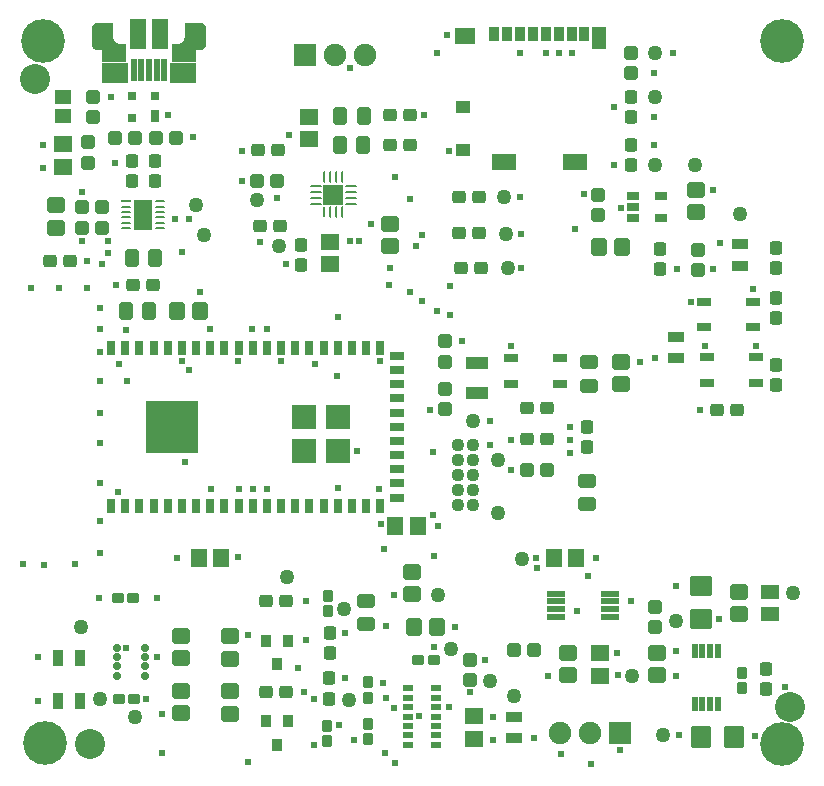
<source format=gts>
G04*
G04 #@! TF.GenerationSoftware,Altium Limited,Altium Designer,23.1.1 (15)*
G04*
G04 Layer_Color=8388736*
%FSLAX44Y44*%
%MOMM*%
G71*
G04*
G04 #@! TF.SameCoordinates,A7A263A4-54A1-4128-965A-35385578E642*
G04*
G04*
G04 #@! TF.FilePolarity,Negative*
G04*
G01*
G75*
%ADD21C,1.2700*%
%ADD31R,0.8397X0.2225*%
G04:AMPARAMS|DCode=32|XSize=0.8397mm|YSize=0.2225mm|CornerRadius=0.1112mm|HoleSize=0mm|Usage=FLASHONLY|Rotation=0.000|XOffset=0mm|YOffset=0mm|HoleType=Round|Shape=RoundedRectangle|*
%AMROUNDEDRECTD32*
21,1,0.8397,0.0000,0,0,0.0*
21,1,0.6172,0.2225,0,0,0.0*
1,1,0.2225,0.3086,0.0000*
1,1,0.2225,-0.3086,0.0000*
1,1,0.2225,-0.3086,0.0000*
1,1,0.2225,0.3086,0.0000*
%
%ADD32ROUNDEDRECTD32*%
%ADD44R,0.2393X0.9660*%
G04:AMPARAMS|DCode=45|XSize=0.966mm|YSize=0.2393mm|CornerRadius=0.1196mm|HoleSize=0mm|Usage=FLASHONLY|Rotation=90.000|XOffset=0mm|YOffset=0mm|HoleType=Round|Shape=RoundedRectangle|*
%AMROUNDEDRECTD45*
21,1,0.9660,0.0000,0,0,90.0*
21,1,0.7267,0.2393,0,0,90.0*
1,1,0.2393,0.0000,0.3634*
1,1,0.2393,0.0000,-0.3634*
1,1,0.2393,0.0000,-0.3634*
1,1,0.2393,0.0000,0.3634*
%
%ADD45ROUNDEDRECTD45*%
G04:AMPARAMS|DCode=46|XSize=0.2393mm|YSize=0.966mm|CornerRadius=0.1196mm|HoleSize=0mm|Usage=FLASHONLY|Rotation=90.000|XOffset=0mm|YOffset=0mm|HoleType=Round|Shape=RoundedRectangle|*
%AMROUNDEDRECTD46*
21,1,0.2393,0.7267,0,0,90.0*
21,1,0.0000,0.9660,0,0,90.0*
1,1,0.2393,0.3634,0.0000*
1,1,0.2393,0.3634,0.0000*
1,1,0.2393,-0.3634,0.0000*
1,1,0.2393,-0.3634,0.0000*
%
%ADD46ROUNDEDRECTD46*%
%ADD47R,1.4000X0.9500*%
%ADD48R,1.4562X1.2549*%
%ADD57R,0.9500X1.4000*%
%ADD59R,1.9000X1.1000*%
G04:AMPARAMS|DCode=66|XSize=1.6016mm|YSize=1.4016mm|CornerRadius=0.3758mm|HoleSize=0mm|Usage=FLASHONLY|Rotation=180.000|XOffset=0mm|YOffset=0mm|HoleType=Round|Shape=RoundedRectangle|*
%AMROUNDEDRECTD66*
21,1,1.6016,0.6500,0,0,180.0*
21,1,0.8500,1.4016,0,0,180.0*
1,1,0.7516,-0.4250,0.3250*
1,1,0.7516,0.4250,0.3250*
1,1,0.7516,0.4250,-0.3250*
1,1,0.7516,-0.4250,-0.3250*
%
%ADD66ROUNDEDRECTD66*%
G04:AMPARAMS|DCode=67|XSize=1.0922mm|YSize=1.1938mm|CornerRadius=0.2985mm|HoleSize=0mm|Usage=FLASHONLY|Rotation=180.000|XOffset=0mm|YOffset=0mm|HoleType=Round|Shape=RoundedRectangle|*
%AMROUNDEDRECTD67*
21,1,1.0922,0.5969,0,0,180.0*
21,1,0.4953,1.1938,0,0,180.0*
1,1,0.5969,-0.2477,0.2985*
1,1,0.5969,0.2477,0.2985*
1,1,0.5969,0.2477,-0.2985*
1,1,0.5969,-0.2477,-0.2985*
%
%ADD67ROUNDEDRECTD67*%
G04:AMPARAMS|DCode=68|XSize=1.6016mm|YSize=1.4016mm|CornerRadius=0.2133mm|HoleSize=0mm|Usage=FLASHONLY|Rotation=270.000|XOffset=0mm|YOffset=0mm|HoleType=Round|Shape=RoundedRectangle|*
%AMROUNDEDRECTD68*
21,1,1.6016,0.9750,0,0,270.0*
21,1,1.1750,1.4016,0,0,270.0*
1,1,0.4266,-0.4875,-0.5875*
1,1,0.4266,-0.4875,0.5875*
1,1,0.4266,0.4875,0.5875*
1,1,0.4266,0.4875,-0.5875*
%
%ADD68ROUNDEDRECTD68*%
G04:AMPARAMS|DCode=69|XSize=1.1016mm|YSize=1.2016mm|CornerRadius=0.1758mm|HoleSize=0mm|Usage=FLASHONLY|Rotation=90.000|XOffset=0mm|YOffset=0mm|HoleType=Round|Shape=RoundedRectangle|*
%AMROUNDEDRECTD69*
21,1,1.1016,0.8500,0,0,90.0*
21,1,0.7500,1.2016,0,0,90.0*
1,1,0.3516,0.4250,0.3750*
1,1,0.3516,0.4250,-0.3750*
1,1,0.3516,-0.4250,-0.3750*
1,1,0.3516,-0.4250,0.3750*
%
%ADD69ROUNDEDRECTD69*%
G04:AMPARAMS|DCode=70|XSize=1.6016mm|YSize=1.4016mm|CornerRadius=0.2133mm|HoleSize=0mm|Usage=FLASHONLY|Rotation=0.000|XOffset=0mm|YOffset=0mm|HoleType=Round|Shape=RoundedRectangle|*
%AMROUNDEDRECTD70*
21,1,1.6016,0.9750,0,0,0.0*
21,1,1.1750,1.4016,0,0,0.0*
1,1,0.4266,0.5875,-0.4875*
1,1,0.4266,-0.5875,-0.4875*
1,1,0.4266,-0.5875,0.4875*
1,1,0.4266,0.5875,0.4875*
%
%ADD70ROUNDEDRECTD70*%
%ADD71R,1.4986X0.5334*%
G04:AMPARAMS|DCode=72|XSize=1.1016mm|YSize=1.2016mm|CornerRadius=0.1758mm|HoleSize=0mm|Usage=FLASHONLY|Rotation=180.000|XOffset=0mm|YOffset=0mm|HoleType=Round|Shape=RoundedRectangle|*
%AMROUNDEDRECTD72*
21,1,1.1016,0.8500,0,0,180.0*
21,1,0.7500,1.2016,0,0,180.0*
1,1,0.3516,-0.3750,0.4250*
1,1,0.3516,0.3750,0.4250*
1,1,0.3516,0.3750,-0.4250*
1,1,0.3516,-0.3750,-0.4250*
%
%ADD72ROUNDEDRECTD72*%
G04:AMPARAMS|DCode=73|XSize=0.8016mm|YSize=1.0016mm|CornerRadius=0.1383mm|HoleSize=0mm|Usage=FLASHONLY|Rotation=0.000|XOffset=0mm|YOffset=0mm|HoleType=Round|Shape=RoundedRectangle|*
%AMROUNDEDRECTD73*
21,1,0.8016,0.7250,0,0,0.0*
21,1,0.5250,1.0016,0,0,0.0*
1,1,0.2766,0.2625,-0.3625*
1,1,0.2766,-0.2625,-0.3625*
1,1,0.2766,-0.2625,0.3625*
1,1,0.2766,0.2625,0.3625*
%
%ADD73ROUNDEDRECTD73*%
%ADD74R,1.1516X0.7516*%
%ADD75R,1.6500X2.5500*%
G04:AMPARAMS|DCode=76|XSize=1.6016mm|YSize=1.4016mm|CornerRadius=0.3758mm|HoleSize=0mm|Usage=FLASHONLY|Rotation=270.000|XOffset=0mm|YOffset=0mm|HoleType=Round|Shape=RoundedRectangle|*
%AMROUNDEDRECTD76*
21,1,1.6016,0.6500,0,0,270.0*
21,1,0.8500,1.4016,0,0,270.0*
1,1,0.7516,-0.3250,-0.4250*
1,1,0.7516,-0.3250,0.4250*
1,1,0.7516,0.3250,0.4250*
1,1,0.7516,0.3250,-0.4250*
%
%ADD76ROUNDEDRECTD76*%
G04:AMPARAMS|DCode=77|XSize=1.0922mm|YSize=1.1938mm|CornerRadius=0.2985mm|HoleSize=0mm|Usage=FLASHONLY|Rotation=270.000|XOffset=0mm|YOffset=0mm|HoleType=Round|Shape=RoundedRectangle|*
%AMROUNDEDRECTD77*
21,1,1.0922,0.5969,0,0,270.0*
21,1,0.4953,1.1938,0,0,270.0*
1,1,0.5969,-0.2985,-0.2477*
1,1,0.5969,-0.2985,0.2477*
1,1,0.5969,0.2985,0.2477*
1,1,0.5969,0.2985,-0.2477*
%
%ADD77ROUNDEDRECTD77*%
%ADD78R,2.2400X2.2400*%
%ADD79R,2.1016X2.1016*%
%ADD80R,1.3016X0.8016*%
%ADD81R,0.8016X1.3016*%
%ADD82R,0.5016X1.8516*%
%ADD83R,1.4766X2.6016*%
G04:AMPARAMS|DCode=84|XSize=1.9016mm|YSize=1.7016mm|CornerRadius=0.2508mm|HoleSize=0mm|Usage=FLASHONLY|Rotation=0.000|XOffset=0mm|YOffset=0mm|HoleType=Round|Shape=RoundedRectangle|*
%AMROUNDEDRECTD84*
21,1,1.9016,1.2000,0,0,0.0*
21,1,1.4000,1.7016,0,0,0.0*
1,1,0.5016,0.7000,-0.6000*
1,1,0.5016,-0.7000,-0.6000*
1,1,0.5016,-0.7000,0.6000*
1,1,0.5016,0.7000,0.6000*
%
%ADD84ROUNDEDRECTD84*%
%ADD85C,2.5400*%
G04:AMPARAMS|DCode=86|XSize=1.1116mm|YSize=1.5716mm|CornerRadius=0.1771mm|HoleSize=0mm|Usage=FLASHONLY|Rotation=90.000|XOffset=0mm|YOffset=0mm|HoleType=Round|Shape=RoundedRectangle|*
%AMROUNDEDRECTD86*
21,1,1.1116,1.2175,0,0,90.0*
21,1,0.7575,1.5716,0,0,90.0*
1,1,0.3541,0.6088,0.3787*
1,1,0.3541,0.6088,-0.3787*
1,1,0.3541,-0.6088,-0.3787*
1,1,0.3541,-0.6088,0.3787*
%
%ADD86ROUNDEDRECTD86*%
G04:AMPARAMS|DCode=87|XSize=1.9016mm|YSize=1.7016mm|CornerRadius=0.2508mm|HoleSize=0mm|Usage=FLASHONLY|Rotation=270.000|XOffset=0mm|YOffset=0mm|HoleType=Round|Shape=RoundedRectangle|*
%AMROUNDEDRECTD87*
21,1,1.9016,1.2000,0,0,270.0*
21,1,1.4000,1.7016,0,0,270.0*
1,1,0.5016,-0.6000,-0.7000*
1,1,0.5016,-0.6000,0.7000*
1,1,0.5016,0.6000,0.7000*
1,1,0.5016,0.6000,-0.7000*
%
%ADD87ROUNDEDRECTD87*%
G04:AMPARAMS|DCode=88|XSize=1.1116mm|YSize=1.5716mm|CornerRadius=0.1771mm|HoleSize=0mm|Usage=FLASHONLY|Rotation=180.000|XOffset=0mm|YOffset=0mm|HoleType=Round|Shape=RoundedRectangle|*
%AMROUNDEDRECTD88*
21,1,1.1116,1.2175,0,0,180.0*
21,1,0.7575,1.5716,0,0,180.0*
1,1,0.3541,-0.3787,0.6088*
1,1,0.3541,0.3787,0.6088*
1,1,0.3541,0.3787,-0.6088*
1,1,0.3541,-0.3787,-0.6088*
%
%ADD88ROUNDEDRECTD88*%
%ADD89R,1.6800X1.6800*%
%ADD90R,0.8016X0.7016*%
%ADD91R,0.8016X1.1016*%
%ADD92R,0.9516X0.5016*%
%ADD93R,1.0016X0.7516*%
G04:AMPARAMS|DCode=94|XSize=0.6016mm|YSize=0.6016mm|CornerRadius=0.1133mm|HoleSize=0mm|Usage=FLASHONLY|Rotation=0.000|XOffset=0mm|YOffset=0mm|HoleType=Round|Shape=RoundedRectangle|*
%AMROUNDEDRECTD94*
21,1,0.6016,0.3750,0,0,0.0*
21,1,0.3750,0.6016,0,0,0.0*
1,1,0.2266,0.1875,-0.1875*
1,1,0.2266,-0.1875,-0.1875*
1,1,0.2266,-0.1875,0.1875*
1,1,0.2266,0.1875,0.1875*
%
%ADD94ROUNDEDRECTD94*%
%ADD95R,0.5016X1.2016*%
G04:AMPARAMS|DCode=96|XSize=0.8016mm|YSize=1.0016mm|CornerRadius=0.1383mm|HoleSize=0mm|Usage=FLASHONLY|Rotation=270.000|XOffset=0mm|YOffset=0mm|HoleType=Round|Shape=RoundedRectangle|*
%AMROUNDEDRECTD96*
21,1,0.8016,0.7250,0,0,270.0*
21,1,0.5250,1.0016,0,0,270.0*
1,1,0.2766,-0.3625,-0.2625*
1,1,0.2766,-0.3625,0.2625*
1,1,0.2766,0.3625,0.2625*
1,1,0.2766,0.3625,-0.2625*
%
%ADD96ROUNDEDRECTD96*%
%ADD97R,0.9016X1.0016*%
%ADD98R,1.5716X1.3016*%
%ADD99R,2.0016X1.4516*%
%ADD100R,1.3016X1.1016*%
%ADD101R,1.6516X1.4516*%
%ADD102R,0.9516X1.2016*%
%ADD103R,0.8516X1.2016*%
%ADD104R,1.2716X1.9016*%
%ADD105C,1.9016*%
%ADD106R,1.9016X1.9016*%
%ADD107C,1.1074*%
%ADD108O,1.1016X1.9016*%
%ADD109O,1.1016X1.5616*%
%ADD110C,3.7016*%
%ADD111C,0.6096*%
G36*
X74023Y600340D02*
X96023D01*
Y583740D01*
X74023D01*
Y600340D01*
D02*
G37*
G36*
Y611340D02*
X70523D01*
X70263Y611350D01*
X70003Y611370D01*
X69743Y611400D01*
X69483Y611450D01*
X69233Y611510D01*
X68973Y611580D01*
X68733Y611670D01*
X68493Y611770D01*
X68253Y611880D01*
X68023Y612010D01*
X67803Y612150D01*
X67583Y612290D01*
X67373Y612450D01*
X67173Y612620D01*
X66983Y612800D01*
X66803Y612990D01*
X66633Y613190D01*
X66473Y613400D01*
X66333Y613620D01*
X66193Y613840D01*
X66063Y614070D01*
X65953Y614310D01*
X65853Y614550D01*
X65763Y614790D01*
X65693Y615050D01*
X65633Y615300D01*
X65583Y615560D01*
X65553Y615820D01*
X65533Y616080D01*
X65523Y616340D01*
Y629340D01*
X65533Y629600D01*
X65553Y629860D01*
X65583Y630120D01*
X65633Y630380D01*
X65693Y630630D01*
X65763Y630890D01*
X65853Y631130D01*
X65953Y631370D01*
X66063Y631610D01*
X66193Y631840D01*
X66333Y632060D01*
X66473Y632280D01*
X66633Y632490D01*
X66803Y632690D01*
X66983Y632880D01*
X67173Y633060D01*
X67373Y633230D01*
X67583Y633390D01*
X67803Y633530D01*
X68023Y633670D01*
X68253Y633800D01*
X68493Y633910D01*
X68733Y634010D01*
X68973Y634100D01*
X69233Y634170D01*
X69483Y634230D01*
X69743Y634280D01*
X70003Y634310D01*
X70263Y634330D01*
X70523Y634340D01*
X83773D01*
Y622840D01*
X83783Y622500D01*
X83813Y622160D01*
X83853Y621820D01*
X83913Y621490D01*
X83993Y621160D01*
X84093Y620830D01*
X84203Y620510D01*
X84333Y620200D01*
X84483Y619890D01*
X84643Y619590D01*
X84823Y619300D01*
X85013Y619020D01*
X85223Y618750D01*
X85443Y618490D01*
X85673Y618240D01*
X85923Y618010D01*
X86183Y617790D01*
X86453Y617580D01*
X86733Y617390D01*
X87023Y617210D01*
X87323Y617050D01*
X87633Y616900D01*
X87943Y616770D01*
X88263Y616660D01*
X88593Y616560D01*
X88923Y616480D01*
X89253Y616420D01*
X89593Y616380D01*
X89933Y616350D01*
X90273Y616340D01*
X94273D01*
Y601549D01*
X74023D01*
Y611340D01*
D02*
G37*
G36*
X132023Y600340D02*
X154023D01*
Y583740D01*
X132023D01*
Y600340D01*
D02*
G37*
G36*
X133773Y616340D02*
X137773D01*
X138113Y616350D01*
X138453Y616380D01*
X138793Y616420D01*
X139123Y616480D01*
X139453Y616560D01*
X139783Y616660D01*
X140103Y616770D01*
X140413Y616900D01*
X140723Y617050D01*
X141023Y617210D01*
X141313Y617390D01*
X141593Y617580D01*
X141863Y617790D01*
X142123Y618010D01*
X142373Y618240D01*
X142603Y618490D01*
X142823Y618750D01*
X143033Y619020D01*
X143223Y619300D01*
X143403Y619590D01*
X143563Y619890D01*
X143713Y620200D01*
X143843Y620510D01*
X143953Y620830D01*
X144053Y621160D01*
X144133Y621490D01*
X144193Y621820D01*
X144233Y622160D01*
X144263Y622500D01*
X144273Y622840D01*
Y634340D01*
X157523D01*
X157783Y634330D01*
X158043Y634310D01*
X158303Y634280D01*
X158563Y634230D01*
X158813Y634170D01*
X159073Y634100D01*
X159313Y634010D01*
X159553Y633910D01*
X159793Y633800D01*
X160023Y633670D01*
X160243Y633530D01*
X160463Y633390D01*
X160673Y633230D01*
X160873Y633060D01*
X161063Y632880D01*
X161243Y632690D01*
X161413Y632490D01*
X161573Y632280D01*
X161713Y632060D01*
X161853Y631840D01*
X161983Y631610D01*
X162093Y631370D01*
X162193Y631130D01*
X162283Y630890D01*
X162353Y630630D01*
X162413Y630380D01*
X162463Y630120D01*
X162493Y629860D01*
X162513Y629600D01*
X162523Y629340D01*
Y616340D01*
X162513Y616080D01*
X162493Y615820D01*
X162463Y615560D01*
X162413Y615300D01*
X162353Y615050D01*
X162283Y614790D01*
X162193Y614550D01*
X162093Y614310D01*
X161983Y614070D01*
X161853Y613840D01*
X161713Y613620D01*
X161573Y613400D01*
X161413Y613190D01*
X161243Y612990D01*
X161063Y612800D01*
X160873Y612620D01*
X160673Y612450D01*
X160463Y612290D01*
X160243Y612150D01*
X160023Y612010D01*
X159793Y611880D01*
X159553Y611770D01*
X159313Y611670D01*
X159073Y611580D01*
X158813Y611510D01*
X158563Y611450D01*
X158303Y611400D01*
X158043Y611370D01*
X157783Y611350D01*
X157523Y611340D01*
X154023D01*
Y601394D01*
X133773D01*
Y616340D01*
D02*
G37*
D21*
X279146Y138176D02*
D03*
X549402Y31242D02*
D03*
X659130Y151892D02*
D03*
X522986Y81280D02*
D03*
X429768Y180594D02*
D03*
X369824Y104140D02*
D03*
X283718Y60706D02*
D03*
X102362Y46228D02*
D03*
X72644Y61976D02*
D03*
X402590Y77470D02*
D03*
X230886Y165354D02*
D03*
X56642Y122936D02*
D03*
X423164Y64516D02*
D03*
X358648Y149860D02*
D03*
X153670Y480314D02*
D03*
X409448Y219732D02*
D03*
Y264060D02*
D03*
X388366Y297180D02*
D03*
X560578Y127784D02*
D03*
X614680Y472599D02*
D03*
X576500Y513755D02*
D03*
X542742D02*
D03*
Y571863D02*
D03*
X160249Y454879D02*
D03*
X224555Y445182D02*
D03*
X415995Y455199D02*
D03*
X414913Y487212D02*
D03*
X417923Y426364D02*
D03*
X205453Y484086D02*
D03*
X542742Y608956D02*
D03*
D31*
X94811Y483182D02*
D03*
D32*
Y478682D02*
D03*
Y474182D02*
D03*
Y469682D02*
D03*
Y465182D02*
D03*
Y460682D02*
D03*
X123121D02*
D03*
Y465182D02*
D03*
Y469682D02*
D03*
Y474182D02*
D03*
Y478682D02*
D03*
Y483182D02*
D03*
D44*
X262491Y474029D02*
D03*
D45*
X267491D02*
D03*
X272491D02*
D03*
X277491D02*
D03*
Y503490D02*
D03*
X272491D02*
D03*
X267491D02*
D03*
X262491D02*
D03*
D46*
X284722Y481260D02*
D03*
Y486260D02*
D03*
Y491260D02*
D03*
Y496260D02*
D03*
X255261D02*
D03*
Y491260D02*
D03*
Y486260D02*
D03*
Y481260D02*
D03*
D47*
X614680Y428392D02*
D03*
Y446892D02*
D03*
X423508Y28432D02*
D03*
Y46932D02*
D03*
X560578Y368668D02*
D03*
Y350168D02*
D03*
D48*
X41402Y571604D02*
D03*
Y555092D02*
D03*
D57*
X55822Y96774D02*
D03*
X37322D02*
D03*
Y60452D02*
D03*
X55822D02*
D03*
D59*
X391414Y321002D02*
D03*
Y346002D02*
D03*
D66*
X543814Y82194D02*
D03*
Y101194D02*
D03*
X469247Y100862D02*
D03*
Y81862D02*
D03*
X318398Y464160D02*
D03*
Y445160D02*
D03*
X576970Y493217D02*
D03*
Y474217D02*
D03*
X35052Y460961D02*
D03*
Y479961D02*
D03*
X336363Y169460D02*
D03*
Y150460D02*
D03*
X513943Y328592D02*
D03*
Y347592D02*
D03*
X182869Y114910D02*
D03*
Y95910D02*
D03*
Y49364D02*
D03*
Y68364D02*
D03*
X141281Y49790D02*
D03*
Y68790D02*
D03*
Y115336D02*
D03*
Y96336D02*
D03*
X613246Y152502D02*
D03*
Y133502D02*
D03*
D67*
X266599Y62238D02*
D03*
Y79238D02*
D03*
X645334Y344542D02*
D03*
X644826Y401184D02*
D03*
X242570Y429184D02*
D03*
Y446184D02*
D03*
X267462Y101110D02*
D03*
Y118110D02*
D03*
X644826Y384184D02*
D03*
X546998Y442687D02*
D03*
Y425687D02*
D03*
X521970Y513755D02*
D03*
Y530755D02*
D03*
Y554863D02*
D03*
Y571863D02*
D03*
X636520Y87552D02*
D03*
Y70552D02*
D03*
X99829Y500770D02*
D03*
Y517770D02*
D03*
X645334Y327542D02*
D03*
X644826Y443826D02*
D03*
Y426826D02*
D03*
X484540Y292544D02*
D03*
Y275544D02*
D03*
X119131Y517770D02*
D03*
Y500770D02*
D03*
D68*
X475590Y181610D02*
D03*
X456590D02*
D03*
X322478Y208026D02*
D03*
X341478D02*
D03*
X175362Y180848D02*
D03*
X156362D02*
D03*
D69*
X422882Y103378D02*
D03*
X439882D02*
D03*
X222453Y500770D02*
D03*
X205453D02*
D03*
X433936Y256032D02*
D03*
X450936D02*
D03*
X57213Y460626D02*
D03*
X74213D02*
D03*
Y478837D02*
D03*
X57213D02*
D03*
X102090Y537210D02*
D03*
X85090D02*
D03*
X137020D02*
D03*
X120020D02*
D03*
D70*
X495554Y81614D02*
D03*
Y100614D02*
D03*
X249953Y535758D02*
D03*
Y554758D02*
D03*
X267623Y449072D02*
D03*
Y430072D02*
D03*
X389449Y28182D02*
D03*
Y47182D02*
D03*
X40953Y512442D02*
D03*
Y531442D02*
D03*
D71*
X458971Y150898D02*
D03*
Y144548D02*
D03*
Y137944D02*
D03*
Y131594D02*
D03*
X504183D02*
D03*
Y137944D02*
D03*
Y144548D02*
D03*
Y150898D02*
D03*
D72*
X542429Y122576D02*
D03*
Y139576D02*
D03*
X364744Y324104D02*
D03*
Y307104D02*
D03*
X493894Y488329D02*
D03*
Y471329D02*
D03*
X579002Y425433D02*
D03*
Y442433D02*
D03*
X62783Y533084D02*
D03*
Y516084D02*
D03*
X66758Y554319D02*
D03*
Y571319D02*
D03*
X385590Y77614D02*
D03*
Y94614D02*
D03*
X364418Y347608D02*
D03*
Y364608D02*
D03*
X521970Y608956D02*
D03*
Y591956D02*
D03*
D73*
X299720Y40790D02*
D03*
Y27790D02*
D03*
Y63096D02*
D03*
Y76096D02*
D03*
X265430Y136248D02*
D03*
Y149248D02*
D03*
X265176Y26266D02*
D03*
Y39266D02*
D03*
X615786Y84046D02*
D03*
Y71046D02*
D03*
D74*
X627732Y351028D02*
D03*
X625605Y398272D02*
D03*
X586232Y351028D02*
D03*
X584105Y398272D02*
D03*
X627732Y329528D02*
D03*
X586232D02*
D03*
X625605Y376772D02*
D03*
X584105D02*
D03*
X420898Y350186D02*
D03*
X462398D02*
D03*
Y328686D02*
D03*
X420898D02*
D03*
D75*
X108966Y471932D02*
D03*
D76*
X157163Y390652D02*
D03*
X138163D02*
D03*
X514198Y444464D02*
D03*
X495198D02*
D03*
X338547Y122876D02*
D03*
X357547D02*
D03*
D77*
X450936Y282156D02*
D03*
X433936D02*
D03*
X224992Y462276D02*
D03*
X207992D02*
D03*
X335144Y530755D02*
D03*
X318144D02*
D03*
X612258Y306832D02*
D03*
X595258D02*
D03*
X335398Y556260D02*
D03*
X318398D02*
D03*
X117598Y412750D02*
D03*
X100598D02*
D03*
X30598Y432497D02*
D03*
X47598D02*
D03*
X450936Y308076D02*
D03*
X433936D02*
D03*
X376550Y487212D02*
D03*
X393550D02*
D03*
X378478Y426720D02*
D03*
X395478D02*
D03*
X376550Y456183D02*
D03*
X393550D02*
D03*
X229867Y144834D02*
D03*
X212867D02*
D03*
X230375Y67962D02*
D03*
X213375D02*
D03*
X223357Y526363D02*
D03*
X206357D02*
D03*
D78*
X122703Y302864D02*
D03*
X144883D02*
D03*
X122703Y281044D02*
D03*
X144883D02*
D03*
D79*
X245263Y300804D02*
D03*
X273813D02*
D03*
X245263Y271564D02*
D03*
X273813D02*
D03*
D80*
X324363Y244378D02*
D03*
Y352378D02*
D03*
Y340378D02*
D03*
Y328378D02*
D03*
Y316378D02*
D03*
Y304378D02*
D03*
Y292378D02*
D03*
Y280378D02*
D03*
Y268378D02*
D03*
Y256378D02*
D03*
Y232378D02*
D03*
D81*
X81953Y359418D02*
D03*
X93953D02*
D03*
X105953D02*
D03*
X117953D02*
D03*
X129953D02*
D03*
X141953D02*
D03*
X153953D02*
D03*
X165953D02*
D03*
X177953D02*
D03*
X189953D02*
D03*
X201953D02*
D03*
X213953D02*
D03*
X225953D02*
D03*
X237953D02*
D03*
X249953D02*
D03*
X261953D02*
D03*
X273953D02*
D03*
X285953D02*
D03*
X297953D02*
D03*
X309953D02*
D03*
Y225418D02*
D03*
X297953D02*
D03*
X285953D02*
D03*
X273953D02*
D03*
X261953D02*
D03*
X249953D02*
D03*
X237953D02*
D03*
X225953D02*
D03*
X213953D02*
D03*
X201953D02*
D03*
X189953D02*
D03*
X177953D02*
D03*
X165953D02*
D03*
X153953D02*
D03*
X141953D02*
D03*
X129953D02*
D03*
X117953D02*
D03*
X105953D02*
D03*
X93953D02*
D03*
X81953D02*
D03*
D82*
X101023Y594090D02*
D03*
X114023D02*
D03*
X120523D02*
D03*
X127023D02*
D03*
X107523D02*
D03*
D83*
X123398Y624840D02*
D03*
X104648D02*
D03*
D84*
X581242Y157764D02*
D03*
Y129764D02*
D03*
D85*
X17526Y586486D02*
D03*
X656844Y55372D02*
D03*
X64520Y23562D02*
D03*
D86*
X484540Y246767D02*
D03*
Y227167D02*
D03*
X297953Y145041D02*
D03*
Y125441D02*
D03*
X486765Y346877D02*
D03*
Y327277D02*
D03*
D87*
X609564Y30104D02*
D03*
X581564D02*
D03*
D88*
X276154Y555364D02*
D03*
X295754D02*
D03*
X275971Y530755D02*
D03*
X295571D02*
D03*
X114517Y390652D02*
D03*
X94917D02*
D03*
X118897Y434947D02*
D03*
X99297D02*
D03*
D89*
X269991Y488760D02*
D03*
D90*
X99571Y553364D02*
D03*
Y572364D02*
D03*
X119571D02*
D03*
D91*
Y555364D02*
D03*
D92*
X357072Y70974D02*
D03*
Y62974D02*
D03*
Y54974D02*
D03*
Y46974D02*
D03*
Y38974D02*
D03*
Y30974D02*
D03*
Y22974D02*
D03*
X333072D02*
D03*
Y30974D02*
D03*
Y38974D02*
D03*
Y46974D02*
D03*
Y54974D02*
D03*
Y62974D02*
D03*
Y70974D02*
D03*
D93*
X523822Y487882D02*
D03*
Y478382D02*
D03*
Y468883D02*
D03*
X547822D02*
D03*
Y487882D02*
D03*
D94*
X86896Y105472D02*
D03*
Y97472D02*
D03*
Y89472D02*
D03*
Y81272D02*
D03*
X110896Y81472D02*
D03*
Y89472D02*
D03*
Y97472D02*
D03*
Y105472D02*
D03*
D95*
X595564Y57764D02*
D03*
X589064D02*
D03*
X582564D02*
D03*
X576064D02*
D03*
Y102764D02*
D03*
X582564D02*
D03*
X589064D02*
D03*
X595564D02*
D03*
D96*
X355055Y94620D02*
D03*
X342055D02*
D03*
X101586Y62230D02*
D03*
X88586D02*
D03*
X87453Y147238D02*
D03*
X100453D02*
D03*
D97*
X231817Y111250D02*
D03*
X212816D02*
D03*
X222316Y91250D02*
D03*
X231817Y42982D02*
D03*
X212816D02*
D03*
X222316Y22982D02*
D03*
D98*
X640170Y134156D02*
D03*
Y152356D02*
D03*
D99*
X474613Y516613D02*
D03*
X414913D02*
D03*
D100*
X379913Y563363D02*
D03*
Y526363D02*
D03*
D101*
X381663Y623613D02*
D03*
D102*
X406263Y624863D02*
D03*
X417263D02*
D03*
X428263D02*
D03*
X439263D02*
D03*
X450263D02*
D03*
X461263D02*
D03*
X472263D02*
D03*
D103*
X482763D02*
D03*
D104*
X494863Y621363D02*
D03*
D105*
X462280Y33274D02*
D03*
X487680D02*
D03*
X271781Y607090D02*
D03*
X297181D02*
D03*
D106*
X513080Y33274D02*
D03*
X246381Y607090D02*
D03*
D107*
X388366Y226314D02*
D03*
X375666D02*
D03*
Y251714D02*
D03*
Y239014D02*
D03*
X388366Y251714D02*
D03*
Y239014D02*
D03*
Y264414D02*
D03*
Y277114D02*
D03*
X375666Y264414D02*
D03*
Y277114D02*
D03*
D108*
X155023Y622840D02*
D03*
X73023D02*
D03*
D109*
X138273Y592040D02*
D03*
X89773D02*
D03*
D110*
X24008Y618918D02*
D03*
X649732Y619252D02*
D03*
X25654Y24638D02*
D03*
X649732Y23368D02*
D03*
D111*
X442214Y172720D02*
D03*
X111506Y62230D02*
D03*
X625348Y409194D02*
D03*
X573278Y398272D02*
D03*
X585216Y360934D02*
D03*
X627634D02*
D03*
X79756Y439674D02*
D03*
Y449326D02*
D03*
X385826Y67818D02*
D03*
X312166Y75184D02*
D03*
X355055Y105546D02*
D03*
X321564Y54398D02*
D03*
X125476Y16256D02*
D03*
X560578Y81534D02*
D03*
X510794Y82042D02*
D03*
X510540Y100584D02*
D03*
X463296Y14986D02*
D03*
X488442Y7112D02*
D03*
X322326Y7874D02*
D03*
X512572Y18288D02*
D03*
X312674Y188976D02*
D03*
X451986Y81424D02*
D03*
X521970Y145034D02*
D03*
X486156Y165608D02*
D03*
X441882Y181610D02*
D03*
X492252Y181356D02*
D03*
X476250Y136652D02*
D03*
X280162Y79502D02*
D03*
Y117856D02*
D03*
X287528Y27432D02*
D03*
X313944Y16002D02*
D03*
X275082Y39624D02*
D03*
X247411Y112138D02*
D03*
X310388Y209804D02*
D03*
X157163Y406699D02*
D03*
X358648Y208280D02*
D03*
X354255Y217424D02*
D03*
Y270856D02*
D03*
X420878Y281432D02*
D03*
X402899Y297180D02*
D03*
Y277114D02*
D03*
X420624Y256032D02*
D03*
X470154Y270510D02*
D03*
Y281178D02*
D03*
X317500Y412750D02*
D03*
X335073Y406699D02*
D03*
X94234Y105410D02*
D03*
X129953Y556634D02*
D03*
X61214Y432816D02*
D03*
X366268Y624332D02*
D03*
X461263Y608956D02*
D03*
X472263Y609020D02*
D03*
X335398Y485035D02*
D03*
X482092Y489074D02*
D03*
X193191Y525858D02*
D03*
X207776Y449072D02*
D03*
X291966Y449625D02*
D03*
X302260Y463988D02*
D03*
X193191Y500601D02*
D03*
X368237Y525858D02*
D03*
X346941Y556028D02*
D03*
X420624Y361141D02*
D03*
X379180Y364608D02*
D03*
X245263Y67962D02*
D03*
X240167Y88226D02*
D03*
X57213Y491135D02*
D03*
X7620Y176276D02*
D03*
X25146Y175514D02*
D03*
X51562Y176276D02*
D03*
X72390Y185674D02*
D03*
X72773Y212344D02*
D03*
Y244378D02*
D03*
X72390Y278384D02*
D03*
X72773Y304378D02*
D03*
Y331216D02*
D03*
Y355918D02*
D03*
X73023Y375412D02*
D03*
X72773Y392684D02*
D03*
X61508Y410203D02*
D03*
X37555D02*
D03*
X13933D02*
D03*
X309898Y348408D02*
D03*
X189484D02*
D03*
X189953Y239522D02*
D03*
X189484Y181864D02*
D03*
X274320Y240284D02*
D03*
X309172Y239522D02*
D03*
X289975Y271564D02*
D03*
X144883Y262282D02*
D03*
X88138Y237490D02*
D03*
X88413Y345830D02*
D03*
X596846Y129764D02*
D03*
X343116Y47182D02*
D03*
X20066Y60452D02*
D03*
X71628Y147238D02*
D03*
X197948Y8382D02*
D03*
X284139Y449800D02*
D03*
X474613Y459799D02*
D03*
X339934Y445160D02*
D03*
X222453Y486409D02*
D03*
X137813Y180848D02*
D03*
X95504Y331216D02*
D03*
X95023Y374170D02*
D03*
X74213Y429768D02*
D03*
X85863Y412750D02*
D03*
X24008Y530883D02*
D03*
X151398Y537286D02*
D03*
X85023Y516084D02*
D03*
X57213Y449800D02*
D03*
X81953Y571319D02*
D03*
X148336Y340378D02*
D03*
X141853Y348408D02*
D03*
Y440332D02*
D03*
X148336Y467872D02*
D03*
X232845Y539729D02*
D03*
X230508Y429768D02*
D03*
X561488Y425687D02*
D03*
X514096Y477774D02*
D03*
X429006Y455359D02*
D03*
Y426720D02*
D03*
X428263Y487212D02*
D03*
X369062Y411734D02*
D03*
Y387099D02*
D03*
X345435Y398502D02*
D03*
X508032Y563363D02*
D03*
X557956Y608956D02*
D03*
X542036Y530755D02*
D03*
Y554863D02*
D03*
Y591956D02*
D03*
X357806Y390652D02*
D03*
X273978Y385342D02*
D03*
X345435Y455014D02*
D03*
X273330Y335534D02*
D03*
X591820Y493217D02*
D03*
X597662Y447548D02*
D03*
X580800Y306832D02*
D03*
X542742Y350168D02*
D03*
X530199Y347592D02*
D03*
X470333Y292378D02*
D03*
X352044Y306578D02*
D03*
X355055Y183257D02*
D03*
X284226Y596392D02*
D03*
X322662Y503556D02*
D03*
X314706Y62974D02*
D03*
X120489Y147730D02*
D03*
X120659Y97642D02*
D03*
X627380Y30480D02*
D03*
X562610Y31242D02*
D03*
X440177Y28702D02*
D03*
X405192Y27432D02*
D03*
X367859Y54974D02*
D03*
X405638Y46736D02*
D03*
X314706Y123698D02*
D03*
X254762Y345186D02*
D03*
X253673Y22982D02*
D03*
X247411Y144834D02*
D03*
X197866Y115824D02*
D03*
X124714Y49364D02*
D03*
X253673Y61752D02*
D03*
X507559Y513755D02*
D03*
X428263Y608956D02*
D03*
X357806D02*
D03*
X591820Y426212D02*
D03*
X450263Y608956D02*
D03*
X24008Y511246D02*
D03*
X136273Y468276D02*
D03*
X318262Y426720D02*
D03*
X560578Y102764D02*
D03*
Y157764D02*
D03*
X652272Y72136D02*
D03*
X321564Y150216D02*
D03*
X372952Y122546D02*
D03*
X398272Y94620D02*
D03*
X225953Y348408D02*
D03*
X213953Y375412D02*
D03*
X165953D02*
D03*
X201558D02*
D03*
X213953Y239522D02*
D03*
X201953D02*
D03*
X166370D02*
D03*
X20066Y97472D02*
D03*
M02*

</source>
